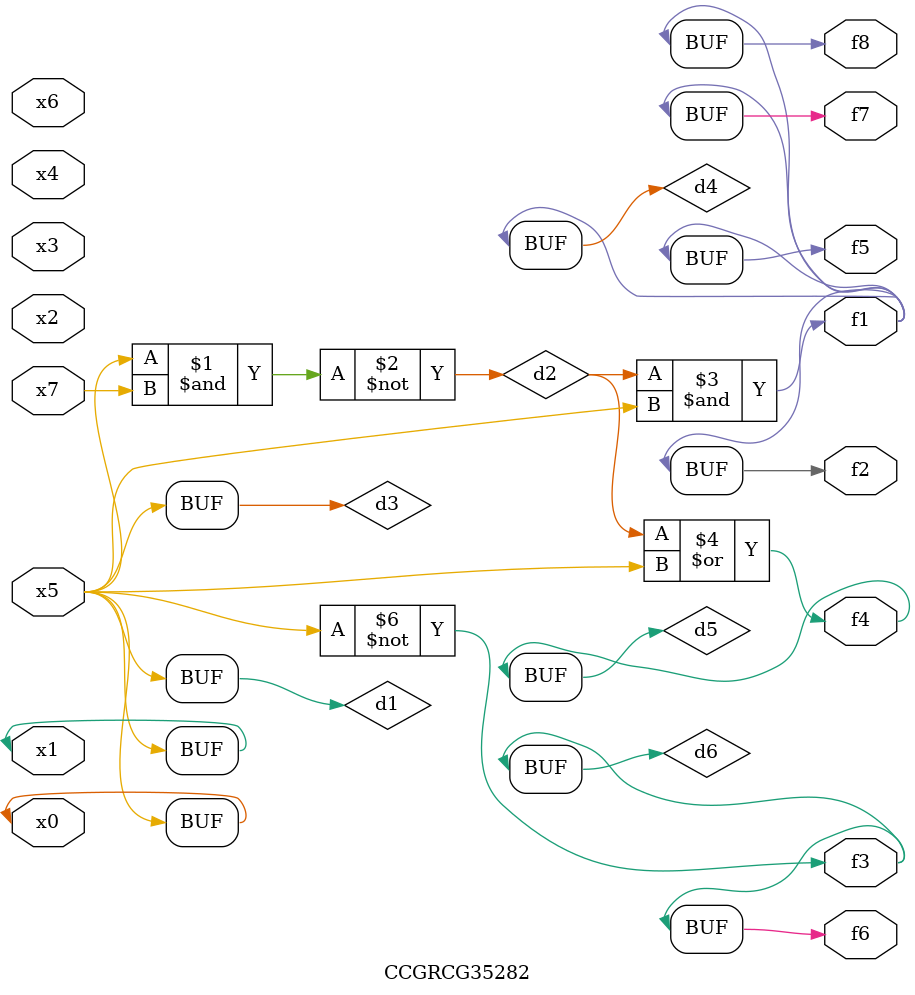
<source format=v>
module CCGRCG35282(
	input x0, x1, x2, x3, x4, x5, x6, x7,
	output f1, f2, f3, f4, f5, f6, f7, f8
);

	wire d1, d2, d3, d4, d5, d6;

	buf (d1, x0, x5);
	nand (d2, x5, x7);
	buf (d3, x0, x1);
	and (d4, d2, d3);
	or (d5, d2, d3);
	nor (d6, d1, d3);
	assign f1 = d4;
	assign f2 = d4;
	assign f3 = d6;
	assign f4 = d5;
	assign f5 = d4;
	assign f6 = d6;
	assign f7 = d4;
	assign f8 = d4;
endmodule

</source>
